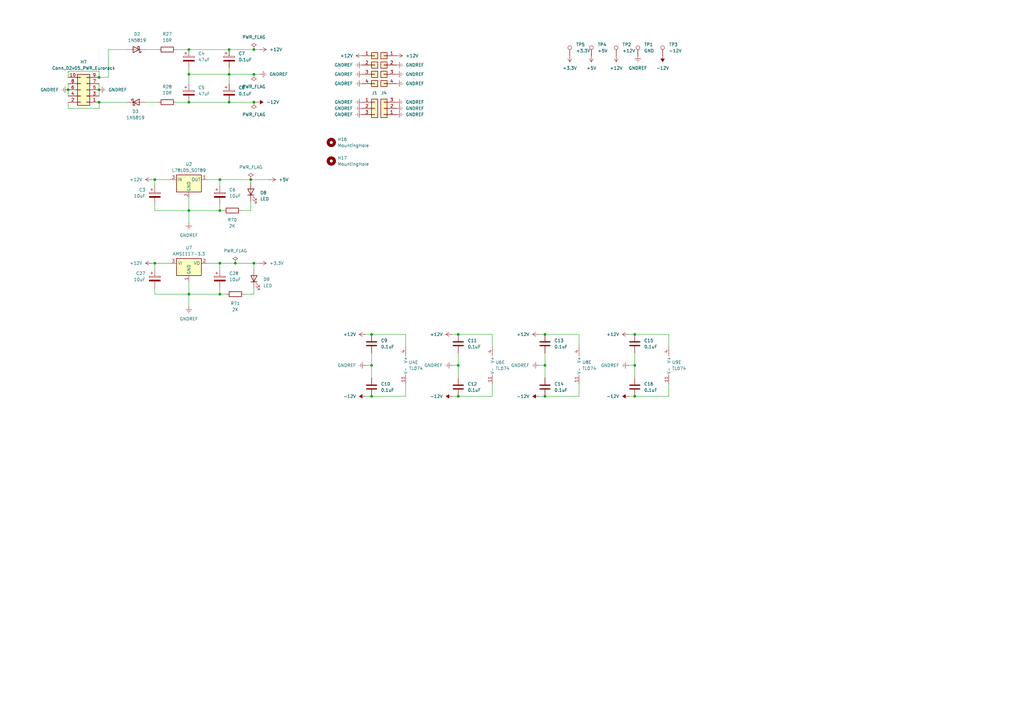
<source format=kicad_sch>
(kicad_sch (version 20231120) (generator "eeschema") (generator_version "8.0")
  (paper "A3")
  (title_block (title "midas_power") (date "2024-10-20") (rev "1") (company "Lentronics"))
  (lib_symbols
    (symbol "Amplifier_Operational:TL074" (pin_names (offset 0.127))
      (property "Reference" "U" (at 0 5.08 0))
      (property "Value" "TL074" (at 0 -5.08 0))
      (symbol "TL074_1_1"
        (polyline (pts (xy -5.08 5.08) (xy 5.08 0) (xy -5.08 -5.08) (xy -5.08 5.08)) (stroke (width 0.254)) (fill (type background)))
        (pin output line (at 7.62 0 180) (length 2.54) (name "~") (number "1"))
        (pin input line (at -7.62 -2.54 0) (length 2.54) (name "-") (number "2"))
        (pin input line (at -7.62 2.54 0) (length 2.54) (name "+") (number "3"))
      )
      (symbol "TL074_2_1"
        (polyline (pts (xy -5.08 5.08) (xy 5.08 0) (xy -5.08 -5.08) (xy -5.08 5.08)) (stroke (width 0.254)) (fill (type background)))
        (pin input line (at -7.62 2.54 0) (length 2.54) (name "+") (number "5"))
        (pin input line (at -7.62 -2.54 0) (length 2.54) (name "-") (number "6"))
        (pin output line (at 7.62 0 180) (length 2.54) (name "~") (number "7"))
      )
      (symbol "TL074_3_1"
        (polyline (pts (xy -5.08 5.08) (xy 5.08 0) (xy -5.08 -5.08) (xy -5.08 5.08)) (stroke (width 0.254)) (fill (type background)))
        (pin input line (at -7.62 2.54 0) (length 2.54) (name "+") (number "10"))
        (pin output line (at 7.62 0 180) (length 2.54) (name "~") (number "8"))
        (pin input line (at -7.62 -2.54 0) (length 2.54) (name "-") (number "9"))
      )
      (symbol "TL074_4_1"
        (polyline (pts (xy -5.08 5.08) (xy 5.08 0) (xy -5.08 -5.08) (xy -5.08 5.08)) (stroke (width 0.254)) (fill (type background)))
        (pin input line (at -7.62 2.54 0) (length 2.54) (name "+") (number "12"))
        (pin input line (at -7.62 -2.54 0) (length 2.54) (name "-") (number "13"))
        (pin output line (at 7.62 0 180) (length 2.54) (name "~") (number "14"))
      )
      (symbol "TL074_5_1"
        (pin power_in line (at -2.54 -7.62 90) (length 3.81) (name "V-") (number "11"))
        (pin power_in line (at -2.54 7.62 270) (length 3.81) (name "V+") (number "4"))
      )
    )
    (symbol "Connector:TestPoint" (pin_numbers hide) (pin_names (offset 0.762) hide)
      (property "Reference" "TP" (at 0 6.858 0))
      (property "Value" "TestPoint" (at 0 5.08 0))
      (symbol "TestPoint_0_1"
        (circle (center 0 3.302) (radius 0.762))
      )
      (symbol "TestPoint_1_1"
        (pin passive line (at 0 0 90) (length 2.54) (name "1") (number "1"))
      )
    )
    (symbol "Connector_Generic:Conn_01x03" (pin_names (offset 1.016) hide)
      (property "Reference" "J" (at 0 5.08 0))
      (property "Value" "Conn_01x03" (at 0 -5.08 0))
      (symbol "Conn_01x03_1_1"
        (rectangle (start -1.27 -2.413) (end 0 -2.667) (stroke (width 0.1524)))
        (rectangle (start -1.27 0.127) (end 0 -0.127) (stroke (width 0.1524)))
        (rectangle (start -1.27 2.667) (end 0 2.413) (stroke (width 0.1524)))
        (rectangle (start -1.27 3.81) (end 1.27 -3.81) (stroke (width 0.254)) (fill (type background)))
        (pin passive line (at -5.08 2.54 0) (length 3.81) (name "Pin_1") (number "1"))
        (pin passive line (at -5.08 0 0) (length 3.81) (name "Pin_2") (number "2"))
        (pin passive line (at -5.08 -2.54 0) (length 3.81) (name "Pin_3") (number "3"))
      )
    )
    (symbol "Device:C" (pin_numbers hide) (pin_names (offset 0.254))
      (property "Reference" "C" (at 0.635 2.54 0))
      (property "Value" "C" (at 0.635 -2.54 0))
      (symbol "C_0_1"
        (polyline (pts (xy -2.032 -0.762) (xy 2.032 -0.762)) (stroke (width 0.508)))
        (polyline (pts (xy -2.032 0.762) (xy 2.032 0.762)) (stroke (width 0.508)))
      )
      (symbol "C_1_1"
        (pin passive line (at 0 3.81 270) (length 2.794) (name "~") (number "1"))
        (pin passive line (at 0 -3.81 90) (length 2.794) (name "~") (number "2"))
      )
    )
    (symbol "Device:C_Polarized" (pin_numbers hide) (pin_names (offset 0.254))
      (property "Reference" "C" (at 0.635 2.54 0))
      (property "Value" "C_Polarized" (at 0.635 -2.54 0))
      (symbol "C_Polarized_0_1"
        (rectangle (start -2.286 0.508) (end 2.286 1.016))
        (polyline (pts (xy -1.778 2.286) (xy -0.762 2.286)))
        (polyline (pts (xy -1.27 2.794) (xy -1.27 1.778)))
        (rectangle (start 2.286 -0.508) (end -2.286 -1.016) (fill (type outline)))
      )
      (symbol "C_Polarized_1_1"
        (pin passive line (at 0 3.81 270) (length 2.794) (name "~") (number "1"))
        (pin passive line (at 0 -3.81 90) (length 2.794) (name "~") (number "2"))
      )
    )
    (symbol "Device:LED" (pin_numbers hide) (pin_names (offset 1.016) hide)
      (property "Reference" "D" (at 0 2.54 0))
      (property "Value" "LED" (at 0 -2.54 0))
      (symbol "LED_0_1"
        (polyline (pts (xy -1.27 -1.27) (xy -1.27 1.27)) (stroke (width 0.254)))
        (polyline (pts (xy -1.27 0) (xy 1.27 0)))
        (polyline (pts (xy 1.27 -1.27) (xy 1.27 1.27) (xy -1.27 0) (xy 1.27 -1.27)) (stroke (width 0.254)))
        (polyline (pts (xy -3.048 -0.762) (xy -4.572 -2.286) (xy -3.81 -2.286) (xy -4.572 -2.286) (xy -4.572 -1.524)))
        (polyline (pts (xy -1.778 -0.762) (xy -3.302 -2.286) (xy -2.54 -2.286) (xy -3.302 -2.286) (xy -3.302 -1.524)))
      )
      (symbol "LED_1_1"
        (pin passive line (at -3.81 0 0) (length 2.54) (name "K") (number "1"))
        (pin passive line (at 3.81 0 180) (length 2.54) (name "A") (number "2"))
      )
    )
    (symbol "Device:R" (pin_numbers hide) (pin_names (offset 0))
      (property "Reference" "R" (at 2.032 0 90))
      (property "Value" "R" (at 0 0 90))
      (symbol "R_0_1"
        (rectangle (start -1.016 -2.54) (end 1.016 2.54) (stroke (width 0.254)))
      )
      (symbol "R_1_1"
        (pin passive line (at 0 3.81 270) (length 1.27) (name "~") (number "1"))
        (pin passive line (at 0 -3.81 90) (length 1.27) (name "~") (number "2"))
      )
    )
    (symbol "Diode:1N5817" (pin_numbers hide) (pin_names (offset 1.016) hide)
      (property "Reference" "D" (at 0 2.54 0))
      (property "Value" "1N5817" (at 0 -2.54 0))
      (symbol "1N5817_0_1"
        (polyline (pts (xy 1.27 0) (xy -1.27 0)))
        (polyline (pts (xy 1.27 1.27) (xy 1.27 -1.27) (xy -1.27 0) (xy 1.27 1.27)) (stroke (width 0.254)))
        (polyline (pts (xy -1.905 0.635) (xy -1.905 1.27) (xy -1.27 1.27) (xy -1.27 -1.27) (xy -0.635 -1.27) (xy -0.635 -0.635)) (stroke (width 0.254)))
      )
      (symbol "1N5817_1_1"
        (pin passive line (at -3.81 0 0) (length 2.54) (name "K") (number "1"))
        (pin passive line (at 3.81 0 180) (length 2.54) (name "A") (number "2"))
      )
    )
    (symbol "Mechanical:MountingHole" (pin_names (offset 1.016)) (exclude_from_sim yes) (in_bom no)
      (property "Reference" "H" (at 0 5.08 0))
      (property "Value" "MountingHole" (at 0 3.175 0))
      (symbol "MountingHole_0_1"
        (circle (center 0 0) (radius 1.27) (stroke (width 1.27)))
      )
    )
    (symbol "Regulator_Linear:AMS1117-3.3"
      (property "Reference" "U" (at -3.81 3.175 0))
      (property "Value" "AMS1117-3.3" (at 0 3.175 0))
      (symbol "AMS1117-3.3_0_1"
        (rectangle (start -5.08 -5.08) (end 5.08 1.905) (stroke (width 0.254)) (fill (type background)))
      )
      (symbol "AMS1117-3.3_1_1"
        (pin power_in line (at 0 -7.62 90) (length 2.54) (name "GND") (number "1"))
        (pin power_out line (at 7.62 0 180) (length 2.54) (name "VO") (number "2"))
        (pin power_in line (at -7.62 0 0) (length 2.54) (name "VI") (number "3"))
      )
    )
    (symbol "Regulator_Linear:L78L05_SOT89" (pin_names (offset 0.254))
      (property "Reference" "U" (at -3.81 3.175 0))
      (property "Value" "L78L05_SOT89" (at -0.635 3.175 0))
      (symbol "L78L05_SOT89_0_1"
        (rectangle (start -5.08 1.905) (end 5.08 -5.08) (stroke (width 0.254)) (fill (type background)))
      )
      (symbol "L78L05_SOT89_1_1"
        (pin power_out line (at 7.62 0 180) (length 2.54) (name "OUT") (number "1"))
        (pin power_in line (at 0 -7.62 90) (length 2.54) (name "GND") (number "2"))
        (pin power_in line (at -7.62 0 0) (length 2.54) (name "IN") (number "3"))
      )
    )
    (symbol "power:+12V" (power) (pin_numbers hide) (pin_names (offset 0) hide)
      (property "Value" "+12V" (at 0 3.556 0))
      (symbol "+12V_0_1"
        (polyline (pts (xy -0.762 1.27) (xy 0 2.54)))
        (polyline (pts (xy 0 0) (xy 0 2.54)))
        (polyline (pts (xy 0 2.54) (xy 0.762 1.27)))
      )
      (symbol "+12V_1_1"
        (pin power_in line (at 0 0 90) (length 0) (name "~") (number "1"))
      )
    )
    (symbol "power:+3.3V" (power) (pin_numbers hide) (pin_names (offset 0) hide)
      (property "Value" "+3.3V" (at 0 3.556 0))
      (symbol "+3.3V_0_1"
        (polyline (pts (xy -0.762 1.27) (xy 0 2.54)))
        (polyline (pts (xy 0 0) (xy 0 2.54)))
        (polyline (pts (xy 0 2.54) (xy 0.762 1.27)))
      )
      (symbol "+3.3V_1_1"
        (pin power_in line (at 0 0 90) (length 0) (name "~") (number "1"))
      )
    )
    (symbol "power:+5V" (power) (pin_numbers hide) (pin_names (offset 0) hide)
      (property "Value" "+5V" (at 0 3.556 0))
      (symbol "+5V_0_1"
        (polyline (pts (xy -0.762 1.27) (xy 0 2.54)))
        (polyline (pts (xy 0 0) (xy 0 2.54)))
        (polyline (pts (xy 0 2.54) (xy 0.762 1.27)))
      )
      (symbol "+5V_1_1"
        (pin power_in line (at 0 0 90) (length 0) (name "~") (number "1"))
      )
    )
    (symbol "power:-12V" (power) (pin_numbers hide) (pin_names (offset 0) hide)
      (property "Value" "-12V" (at 0 3.556 0))
      (symbol "-12V_0_0"
        (pin power_in line (at 0 0 90) (length 0) (name "~") (number "1"))
      )
      (symbol "-12V_0_1"
        (polyline (pts (xy 0 0) (xy 0 1.27) (xy 0.762 1.27) (xy 0 2.54) (xy -0.762 1.27) (xy 0 1.27)) (fill (type outline)))
      )
    )
    (symbol "power:GNDREF" (power) (pin_numbers hide) (pin_names (offset 0) hide)
      (property "Value" "GNDREF" (at 0 -3.81 0))
      (symbol "GNDREF_0_1"
        (polyline (pts (xy -0.635 -1.905) (xy 0.635 -1.905)))
        (polyline (pts (xy -0.127 -2.54) (xy 0.127 -2.54)))
        (polyline (pts (xy 0 -1.27) (xy 0 0)))
        (polyline (pts (xy 1.27 -1.27) (xy -1.27 -1.27)))
      )
      (symbol "GNDREF_1_1"
        (pin power_in line (at 0 0 270) (length 0) (name "~") (number "1"))
      )
    )
    (symbol "power:PWR_FLAG" (power) (pin_numbers hide) (pin_names (offset 0) hide)
      (property "Value" "PWR_FLAG" (at 0 3.81 0))
      (symbol "PWR_FLAG_0_0"
        (pin power_out line (at 0 0 90) (length 0) (name "~") (number "1"))
      )
      (symbol "PWR_FLAG_0_1"
        (polyline (pts (xy 0 0) (xy 0 1.27) (xy -1.016 1.905) (xy 0 2.54) (xy 1.016 1.905) (xy 0 1.27)))
      )
    )
    (symbol "synth:Conn_02x05_EuroRack_Power" (pin_names (offset 1.016) hide)
      (property "Reference" "H13" (at 0 -11.43 0))
      (property "Value" "Conn_02x05_PWR_Eurorack" (at 0 -8.89 0))
      (symbol "Conn_02x05_EuroRack_Power_1_1"
        (rectangle (start -2.54 -4.953) (end -1.27 -5.207) (stroke (width 0.1524)))
        (rectangle (start -2.54 -2.413) (end -1.27 -2.667) (stroke (width 0.1524)))
        (rectangle (start -2.54 0.127) (end -1.27 -0.127) (stroke (width 0.1524)))
        (rectangle (start -2.54 2.667) (end -1.27 2.413) (stroke (width 0.1524)))
        (rectangle (start -2.54 5.207) (end -1.27 4.953) (stroke (width 0.1524)))
        (rectangle (start -2.54 6.35) (end 2.54 -6.35) (stroke (width 0.254)) (fill (type background)))
        (rectangle (start 2.54 -4.953) (end 1.27 -5.207) (stroke (width 0.1524)))
        (rectangle (start 2.54 -2.413) (end 1.27 -2.667) (stroke (width 0.1524)))
        (rectangle (start 2.54 0.127) (end 1.27 -0.127) (stroke (width 0.1524)))
        (rectangle (start 2.54 2.667) (end 1.27 2.413) (stroke (width 0.1524)))
        (rectangle (start 2.54 5.207) (end 1.27 4.953) (stroke (width 0.1524)))
        (pin passive line (at -6.35 5.08 0) (length 3.81) (name "Pin_1") (number "1"))
        (pin passive line (at 6.35 -5.08 180) (length 3.81) (name "Pin_10") (number "10"))
        (pin passive line (at 6.35 5.08 180) (length 3.81) (name "Pin_2") (number "2"))
        (pin passive line (at -6.35 2.54 0) (length 3.81) (name "Pin_3") (number "3"))
        (pin passive line (at 6.35 2.54 180) (length 3.81) (name "Pin_4") (number "4"))
        (pin passive line (at -6.35 0 0) (length 3.81) (name "Pin_5") (number "5"))
        (pin passive line (at 6.35 0 180) (length 3.81) (name "Pin_6") (number "6"))
        (pin passive line (at -6.35 -2.54 0) (length 3.81) (name "Pin_7") (number "7"))
        (pin passive line (at 6.35 -2.54 180) (length 3.81) (name "Pin_8") (number "8"))
        (pin passive line (at -6.35 -5.08 0) (length 3.81) (name "Pin_9") (number "9"))
      )
    )
    (symbol "synth:PinHeader_01x04" (pin_names (offset 1.016) hide)
      (property "Reference" "H" (at 0 2.54 0))
      (property "Value" "PinHeader_01x04" (at 0 -2.54 0))
      (symbol "PinHeader_01x04_1_1"
        (rectangle (start -1.27 0.127) (end 0 -0.127) (stroke (width 0.1524)))
        (rectangle (start -1.27 1.27) (end 1.27 -1.27) (stroke (width 0.254)) (fill (type background)))
        (pin passive line (at -5.08 0 0) (length 3.81) (name "Pin_1") (number "1"))
      )
      (symbol "PinHeader_01x04_2_1"
        (rectangle (start -1.27 0.127) (end 0 -0.127) (stroke (width 0.1524)))
        (rectangle (start -1.27 1.27) (end 1.27 -1.27) (stroke (width 0.254)) (fill (type background)))
        (pin passive line (at -5.08 0 0) (length 3.81) (name "Pin_2") (number "2"))
      )
      (symbol "PinHeader_01x04_3_1"
        (rectangle (start -1.27 0.127) (end 0 -0.127) (stroke (width 0.1524)))
        (rectangle (start -1.27 1.27) (end 1.27 -1.27) (stroke (width 0.254)) (fill (type background)))
        (pin passive line (at -5.08 0 0) (length 3.81) (name "Pin_3") (number "3"))
      )
      (symbol "PinHeader_01x04_4_1"
        (rectangle (start -1.27 0.127) (end 0 -0.127) (stroke (width 0.1524)))
        (rectangle (start -1.27 1.27) (end 1.27 -1.27) (stroke (width 0.254)) (fill (type background)))
        (pin passive line (at -5.08 0 0) (length 3.81) (name "Pin_4") (number "4"))
      )
    )
    (symbol "synth:PinSocket_01x04" (pin_names (offset 1.016) hide)
      (property "Reference" "H" (at 0 2.54 0))
      (property "Value" "PinSocket_01x04" (at 0 -2.54 0))
      (symbol "PinSocket_01x04_1_1"
        (rectangle (start -1.27 0.127) (end 0 -0.127) (stroke (width 0.1524)))
        (rectangle (start -1.27 1.27) (end 1.27 -1.27) (stroke (width 0.254)) (fill (type background)))
        (pin passive line (at -5.08 0 0) (length 3.81) (name "Pin_1") (number "1"))
      )
      (symbol "PinSocket_01x04_2_1"
        (rectangle (start -1.27 0.127) (end 0 -0.127) (stroke (width 0.1524)))
        (rectangle (start -1.27 1.27) (end 1.27 -1.27) (stroke (width 0.254)) (fill (type background)))
        (pin passive line (at -5.08 0 0) (length 3.81) (name "Pin_2") (number "2"))
      )
      (symbol "PinSocket_01x04_3_1"
        (rectangle (start -1.27 0.127) (end 0 -0.127) (stroke (width 0.1524)))
        (rectangle (start -1.27 1.27) (end 1.27 -1.27) (stroke (width 0.254)) (fill (type background)))
        (pin passive line (at -5.08 0 0) (length 3.81) (name "Pin_3") (number "3"))
      )
      (symbol "PinSocket_01x04_4_1"
        (rectangle (start -1.27 0.127) (end 0 -0.127) (stroke (width 0.1524)))
        (rectangle (start -1.27 1.27) (end 1.27 -1.27) (stroke (width 0.254)) (fill (type background)))
        (pin passive line (at -5.08 0 0) (length 3.81) (name "Pin_4") (number "4"))
      )
    )
  )
  (junction (at 187.96 137.16))
  (junction (at 187.96 149.86))
  (junction (at 77.47 30.48))
  (junction (at 77.47 120.65))
  (junction (at 223.52 137.16))
  (junction (at 260.35 162.56))
  (junction (at 93.98 30.48))
  (junction (at 102.87 73.66))
  (junction (at 40.64 31.75))
  (junction (at 40.64 36.83))
  (junction (at 104.14 41.91))
  (junction (at 90.17 107.95))
  (junction (at 152.4 137.16))
  (junction (at 152.4 162.56))
  (junction (at 90.17 120.65))
  (junction (at 260.35 137.16))
  (junction (at 27.94 36.83))
  (junction (at 90.17 73.66))
  (junction (at 77.47 20.32))
  (junction (at 223.52 162.56))
  (junction (at 63.5 73.66))
  (junction (at 104.14 107.95))
  (junction (at 90.17 86.36))
  (junction (at 93.98 41.91))
  (junction (at 77.47 41.91))
  (junction (at 152.4 149.86))
  (junction (at 223.52 149.86))
  (junction (at 93.98 20.32))
  (junction (at 104.14 20.32))
  (junction (at 40.64 41.91))
  (junction (at 104.14 30.48))
  (junction (at 96.52 107.95))
  (junction (at 260.35 149.86))
  (junction (at 187.96 162.56))
  (junction (at 77.47 86.36))
  (junction (at 63.5 107.95))
  (wire (pts (xy 257.81 162.56) (xy 260.35 162.56)))
  (wire (pts (xy 149.86 162.56) (xy 152.4 162.56)))
  (wire (pts (xy 185.42 162.56) (xy 187.96 162.56)))
  (wire (pts (xy 104.14 110.49) (xy 104.14 107.95)))
  (wire (pts (xy 96.52 107.95) (xy 90.17 107.95)))
  (wire (pts (xy 77.47 81.28) (xy 77.47 86.36)))
  (wire (pts (xy 44.45 20.32) (xy 52.07 20.32)))
  (wire (pts (xy 77.47 91.44) (xy 77.47 86.36)))
  (wire (pts (xy 102.87 74.93) (xy 102.87 73.66)))
  (wire (pts (xy 260.35 149.86) (xy 260.35 154.94)))
  (wire (pts (xy 90.17 118.11) (xy 90.17 120.65)))
  (wire (pts (xy 185.42 137.16) (xy 187.96 137.16)))
  (wire (pts (xy 104.14 30.48) (xy 106.68 30.48)))
  (wire (pts (xy 90.17 73.66) (xy 85.09 73.66)))
  (wire (pts (xy 40.64 41.91) (xy 52.07 41.91)))
  (wire (pts (xy 77.47 125.73) (xy 77.47 120.65)))
  (wire (pts (xy 40.64 34.29) (xy 40.64 36.83)))
  (wire (pts (xy 152.4 162.56) (xy 166.37 162.56)))
  (wire (pts (xy 62.23 107.95) (xy 63.5 107.95)))
  (wire (pts (xy 102.87 86.36) (xy 99.06 86.36)))
  (wire (pts (xy 93.98 27.94) (xy 93.98 30.48)))
  (wire (pts (xy 201.93 157.48) (xy 201.93 162.56)))
  (wire (pts (xy 104.14 120.65) (xy 100.33 120.65)))
  (wire (pts (xy 260.35 137.16) (xy 274.32 137.16)))
  (wire (pts (xy 104.14 41.91) (xy 105.41 41.91)))
  (wire (pts (xy 63.5 107.95) (xy 69.85 107.95)))
  (wire (pts (xy 237.49 157.48) (xy 237.49 162.56)))
  (wire (pts (xy 166.37 157.48) (xy 166.37 162.56)))
  (wire (pts (xy 77.47 41.91) (xy 93.98 41.91)))
  (wire (pts (xy 152.4 144.78) (xy 152.4 149.86)))
  (wire (pts (xy 104.14 118.11) (xy 104.14 120.65)))
  (wire (pts (xy 223.52 149.86) (xy 220.98 149.86)))
  (wire (pts (xy 223.52 144.78) (xy 223.52 149.86)))
  (wire (pts (xy 149.86 137.16) (xy 152.4 137.16)))
  (wire (pts (xy 187.96 137.16) (xy 201.93 137.16)))
  (wire (pts (xy 102.87 73.66) (xy 110.49 73.66)))
  (wire (pts (xy 93.98 20.32) (xy 104.14 20.32)))
  (wire (pts (xy 63.5 73.66) (xy 69.85 73.66)))
  (wire (pts (xy 62.23 73.66) (xy 63.5 73.66)))
  (wire (pts (xy 40.64 31.75) (xy 40.64 29.21)))
  (wire (pts (xy 274.32 137.16) (xy 274.32 142.24)))
  (wire (pts (xy 90.17 83.82) (xy 90.17 86.36)))
  (wire (pts (xy 63.5 76.2) (xy 63.5 73.66)))
  (wire (pts (xy 274.32 157.48) (xy 274.32 162.56)))
  (wire (pts (xy 223.52 137.16) (xy 237.49 137.16)))
  (wire (pts (xy 63.5 86.36) (xy 77.47 86.36)))
  (wire (pts (xy 72.39 41.91) (xy 77.47 41.91)))
  (wire (pts (xy 90.17 107.95) (xy 85.09 107.95)))
  (wire (pts (xy 166.37 137.16) (xy 166.37 142.24)))
  (wire (pts (xy 63.5 86.36) (xy 63.5 83.82)))
  (wire (pts (xy 63.5 110.49) (xy 63.5 107.95)))
  (wire (pts (xy 90.17 120.65) (xy 92.71 120.65)))
  (wire (pts (xy 77.47 115.57) (xy 77.47 120.65)))
  (wire (pts (xy 77.47 120.65) (xy 90.17 120.65)))
  (wire (pts (xy 77.47 20.32) (xy 93.98 20.32)))
  (wire (pts (xy 27.94 44.45) (xy 40.64 44.45)))
  (wire (pts (xy 40.64 29.21) (xy 27.94 29.21)))
  (wire (pts (xy 152.4 149.86) (xy 149.86 149.86)))
  (wire (pts (xy 201.93 137.16) (xy 201.93 142.24)))
  (wire (pts (xy 91.44 86.36) (xy 90.17 86.36)))
  (wire (pts (xy 96.52 107.95) (xy 104.14 107.95)))
  (wire (pts (xy 104.14 20.32) (xy 106.68 20.32)))
  (wire (pts (xy 223.52 162.56) (xy 237.49 162.56)))
  (wire (pts (xy 27.94 41.91) (xy 27.94 44.45)))
  (wire (pts (xy 237.49 137.16) (xy 237.49 142.24)))
  (wire (pts (xy 106.68 107.95) (xy 104.14 107.95)))
  (wire (pts (xy 260.35 144.78) (xy 260.35 149.86)))
  (wire (pts (xy 59.69 41.91) (xy 64.77 41.91)))
  (wire (pts (xy 77.47 27.94) (xy 77.47 30.48)))
  (wire (pts (xy 40.64 36.83) (xy 40.64 39.37)))
  (wire (pts (xy 152.4 149.86) (xy 152.4 154.94)))
  (wire (pts (xy 220.98 162.56) (xy 223.52 162.56)))
  (wire (pts (xy 40.64 44.45) (xy 40.64 41.91)))
  (wire (pts (xy 260.35 149.86) (xy 257.81 149.86)))
  (wire (pts (xy 44.45 20.32) (xy 44.45 31.75)))
  (wire (pts (xy 257.81 137.16) (xy 260.35 137.16)))
  (wire (pts (xy 27.94 36.83) (xy 27.94 39.37)))
  (wire (pts (xy 93.98 30.48) (xy 93.98 34.29)))
  (wire (pts (xy 90.17 110.49) (xy 90.17 107.95)))
  (wire (pts (xy 93.98 41.91) (xy 104.14 41.91)))
  (wire (pts (xy 40.64 31.75) (xy 44.45 31.75)))
  (wire (pts (xy 187.96 162.56) (xy 201.93 162.56)))
  (wire (pts (xy 102.87 82.55) (xy 102.87 86.36)))
  (wire (pts (xy 93.98 30.48) (xy 104.14 30.48)))
  (wire (pts (xy 77.47 86.36) (xy 90.17 86.36)))
  (wire (pts (xy 27.94 34.29) (xy 27.94 36.83)))
  (wire (pts (xy 90.17 73.66) (xy 102.87 73.66)))
  (wire (pts (xy 63.5 120.65) (xy 63.5 118.11)))
  (wire (pts (xy 187.96 144.78) (xy 187.96 149.86)))
  (wire (pts (xy 77.47 30.48) (xy 93.98 30.48)))
  (wire (pts (xy 223.52 149.86) (xy 223.52 154.94)))
  (wire (pts (xy 77.47 30.48) (xy 77.47 34.29)))
  (wire (pts (xy 152.4 137.16) (xy 166.37 137.16)))
  (wire (pts (xy 187.96 149.86) (xy 185.42 149.86)))
  (wire (pts (xy 63.5 120.65) (xy 77.47 120.65)))
  (wire (pts (xy 72.39 20.32) (xy 77.47 20.32)))
  (wire (pts (xy 59.69 20.32) (xy 64.77 20.32)))
  (wire (pts (xy 27.94 29.21) (xy 27.94 31.75)))
  (wire (pts (xy 187.96 149.86) (xy 187.96 154.94)))
  (wire (pts (xy 220.98 137.16) (xy 223.52 137.16)))
  (wire (pts (xy 260.35 162.56) (xy 274.32 162.56)))
  (wire (pts (xy 90.17 76.2) (xy 90.17 73.66)))
  (symbol (lib_id "power:GNDREF") (at 27.94 36.83 270) (unit 1)
    (property "Reference" "#PWR032" (effects (hide yes)))
    (property "Value" "GNDREF" (at 24.13 36.8299 90) (effects (justify right)))
    (property "Description" "Power symbol creates a global label with name \"GNDREF\" , reference supply ground" (effects (hide yes)))
  )
  (symbol (lib_id "power:GNDREF") (at 148.59 46.99 270) (unit 1)
    (property "Reference" "#PWR093" (effects (hide yes)))
    (property "Value" "GNDREF" (at 144.78 46.9899 90) (effects (justify right)))
    (property "Description" "Power symbol creates a global label with name \"GNDREF\" , reference supply ground" (effects (hide yes)))
  )
  (symbol (lib_id "power:GNDREF") (at 162.56 46.99 90) (unit 1)
    (property "Reference" "#PWR0111" (effects (hide yes)))
    (property "Value" "GNDREF" (at 166.37 46.9899 90) (effects (justify right)))
    (property "Description" "Power symbol creates a global label with name \"GNDREF\" , reference supply ground" (effects (hide yes)))
  )
  (symbol (lib_id "synth:PinSocket_01x04") (at 153.67 26.67 0) (unit 2)
    (property "Reference" "H8" (effects (hide yes)))
    (property "Value" "PinSocket_01x04" (effects (hide yes)))
    (property "Footprint" "Synth:PinSocket_1x04_P2.54mm_Vertical" (effects (hide yes)))
    (property "Description" "Generic connector, single row, 01x01, script generated (kicad-library-utils/schlib/autogen/connector/)" (effects (hide yes)))
  )
  (symbol (lib_id "Device:C") (at 152.4 140.97 0) (unit 1)
    (property "Reference" "C9" (at 156.21 139.6999 0) (effects (justify left)))
    (property "Value" "0.1uF" (at 156.21 142.2399 0) (effects (justify left)))
    (property "Footprint" "Capacitor_SMD:C_0805_2012Metric_Pad1.18x1.45mm_HandSolder" (effects (hide yes)))
    (property "Description" "Unpolarized capacitor" (effects (hide yes)))
  )
  (symbol (lib_id "power:+12V") (at 62.23 107.95 90) (unit 1)
    (property "Reference" "#PWR096" (effects (hide yes)))
    (property "Value" "+12V" (at 58.42 107.9499 90) (effects (justify left)))
    (property "Description" "Power symbol creates a global label with name \"+12V\"" (effects (hide yes)))
  )
  (symbol (lib_id "Connector_Generic:Conn_01x03") (at 157.48 44.45 180) (unit 1)
    (property "Reference" "J4" (at 157.48 38.1 0))
    (property "Value" "Conn_01x03" (effects (hide yes)))
    (property "Footprint" "Connector_PinHeader_2.54mm:PinHeader_1x03_P2.54mm_Vertical" (effects (hide yes)))
    (property "Description" "Generic connector, single row, 01x03, script generated (kicad-library-utils/schlib/autogen/connector/)" (effects (hide yes)))
  )
  (symbol (lib_id "Device:C") (at 223.52 158.75 0) (unit 1)
    (property "Reference" "C14" (at 227.33 157.4799 0) (effects (justify left)))
    (property "Value" "0.1uF" (at 227.33 160.0199 0) (effects (justify left)))
    (property "Footprint" "Capacitor_SMD:C_0805_2012Metric_Pad1.18x1.45mm_HandSolder" (effects (hide yes)))
    (property "Description" "Unpolarized capacitor" (effects (hide yes)))
  )
  (symbol (lib_id "Device:C_Polarized") (at 90.17 80.01 0) (unit 1)
    (property "Reference" "C6" (at 93.98 77.8509 0) (effects (justify left)))
    (property "Value" "10uF" (at 93.98 80.3909 0) (effects (justify left)))
    (property "Footprint" "Capacitor_THT:CP_Radial_D4.0mm_P2.00mm" (effects (hide yes)))
    (property "Description" "Polarized capacitor" (effects (hide yes)))
  )
  (symbol (lib_id "Diode:1N5817") (at 55.88 20.32 180) (unit 1)
    (property "Reference" "D2" (at 56.1975 13.97 0))
    (property "Value" "1N5819" (at 56.1975 16.51 0))
    (property "Footprint" "Diode_SMD:D_SOD-123" (effects (hide yes)))
    (property "Datasheet" "http://www.vishay.com/docs/88525/1n5817.pdf" (effects (hide yes)))
    (property "Description" "20V 1A Schottky Barrier Rectifier Diode, DO-41" (effects (hide yes)))
  )
  (symbol (lib_id "power:-12V") (at 257.81 162.56 90) (unit 1)
    (property "Reference" "#PWR059" (effects (hide yes)))
    (property "Value" "-12V" (at 254 162.5599 90) (effects (justify left)))
    (property "Description" "Power symbol creates a global label with name \"-12V\"" (effects (hide yes)))
  )
  (symbol (lib_id "power:PWR_FLAG") (at 96.52 107.95 0) (unit 1)
    (property "Reference" "#FLG05" (effects (hide yes)))
    (property "Value" "PWR_FLAG" (at 96.52 102.87 0))
    (property "Description" "Special symbol for telling ERC where power comes from" (effects (hide yes)))
  )
  (symbol (lib_id "Device:R") (at 95.25 86.36 90) (unit 1)
    (property "Reference" "R70" (at 95.25 90.17 90))
    (property "Value" "2K" (at 95.25 92.71 90))
    (property "Footprint" "Resistor_SMD:R_0805_2012Metric_Pad1.20x1.40mm_HandSolder" (effects (hide yes)))
    (property "Description" "Resistor" (effects (hide yes)))
  )
  (symbol (lib_id "power:+3.3V") (at 233.68 22.86 180) (unit 1)
    (property "Reference" "#PWR0101" (effects (hide yes)))
    (property "Value" "+3.3V" (at 233.68 27.94 0))
    (property "Description" "Power symbol creates a global label with name \"+3.3V\"" (effects (hide yes)))
  )
  (symbol (lib_id "Device:C_Polarized") (at 63.5 80.01 0) (unit 1)
    (property "Reference" "C3" (at 59.69 77.8509 0) (effects (justify right)))
    (property "Value" "10uF" (at 59.69 80.3909 0) (effects (justify right)))
    (property "Footprint" "Capacitor_THT:CP_Radial_D4.0mm_P2.00mm" (effects (hide yes)))
    (property "Description" "Polarized capacitor" (effects (hide yes)))
  )
  (symbol (lib_id "power:GNDREF") (at 257.81 149.86 270) (unit 1)
    (property "Reference" "#PWR058" (effects (hide yes)))
    (property "Value" "GNDREF" (at 254 149.8599 90) (effects (justify right)))
    (property "Description" "Power symbol creates a global label with name \"GNDREF\" , reference supply ground" (effects (hide yes)))
  )
  (symbol (lib_id "power:+12V") (at 185.42 137.16 90) (unit 1)
    (property "Reference" "#PWR051" (effects (hide yes)))
    (property "Value" "+12V" (at 181.61 137.1599 90) (effects (justify left)))
    (property "Description" "Power symbol creates a global label with name \"+12V\"" (effects (hide yes)))
  )
  (symbol (lib_id "Connector:TestPoint") (at 252.73 22.86 0) (unit 1) (exclude_from_sim yes) (in_bom no)
    (property "Reference" "TP2" (at 255.27 18.2879 0) (effects (justify left)))
    (property "Value" "+12V" (at 255.27 20.8279 0) (effects (justify left)))
    (property "Footprint" "Connector_Pin:Pin_D1.0mm_L10.0mm" (effects (hide yes)))
    (property "Description" "test point" (effects (hide yes)))
  )
  (symbol (lib_id "Device:LED") (at 104.14 114.3 90) (unit 1)
    (property "Reference" "D9" (at 107.95 114.6174 90) (effects (justify right)))
    (property "Value" "LED" (at 107.95 117.1574 90) (effects (justify right)))
    (property "Footprint" "LED_SMD:LED_0805_2012Metric_Pad1.15x1.40mm_HandSolder" (effects (hide yes)))
    (property "Description" "Light emitting diode" (effects (hide yes)))
  )
  (symbol (lib_id "power:GNDREF") (at 149.86 149.86 270) (unit 1)
    (property "Reference" "#PWR045" (effects (hide yes)))
    (property "Value" "GNDREF" (at 146.05 149.8599 90) (effects (justify right)))
    (property "Description" "Power symbol creates a global label with name \"GNDREF\" , reference supply ground" (effects (hide yes)))
  )
  (symbol (lib_id "Device:C_Polarized") (at 63.5 114.3 0) (unit 1)
    (property "Reference" "C27" (at 59.69 112.1409 0) (effects (justify right)))
    (property "Value" "10uF" (at 59.69 114.6809 0) (effects (justify right)))
    (property "Footprint" "Capacitor_THT:CP_Radial_D4.0mm_P2.00mm" (effects (hide yes)))
    (property "Description" "Polarized capacitor" (effects (hide yes)))
  )
  (symbol (lib_id "Device:R") (at 68.58 20.32 90) (unit 1)
    (property "Reference" "R27" (at 68.58 13.97 90))
    (property "Value" "10R" (at 68.58 16.51 90))
    (property "Footprint" "Resistor_SMD:R_0805_2012Metric_Pad1.20x1.40mm_HandSolder" (effects (hide yes)))
    (property "Description" "Resistor" (effects (hide yes)))
  )
  (symbol (lib_id "Amplifier_Operational:TL074") (at 240.03 149.86 0) (unit 5)
    (property "Reference" "U8" (at 238.76 148.5899 0) (effects (justify left)))
    (property "Value" "TL074" (at 238.76 151.1299 0) (effects (justify left)))
    (property "Footprint" "Package_SO:SOIC-14_3.9x8.7mm_P1.27mm" (effects (hide yes)))
    (property "Datasheet" "http://www.ti.com/lit/ds/symlink/tl071.pdf" (effects (hide yes)))
    (property "Description" "Quad Low-Noise JFET-Input Operational Amplifiers, DIP-14/SOIC-14" (effects (hide yes)))
  )
  (symbol (lib_id "Regulator_Linear:L78L05_SOT89") (at 77.47 73.66 0) (unit 1)
    (property "Reference" "U2" (at 77.47 67.31 0))
    (property "Value" "L78L05_SOT89" (at 77.47 69.85 0))
    (property "Footprint" "Package_TO_SOT_SMD:SOT-89-3_Handsoldering" (effects (hide yes)))
    (property "Datasheet" "http://www.st.com/content/ccc/resource/technical/document/datasheet/15/55/e5/aa/23/5b/43/fd/CD00000446.pdf/files/CD00000446.pdf/jcr:content/translations/en.CD00000446.pdf" (effects (hide yes)))
    (property "Description" "Positive 100mA 30V Linear Regulator, Fixed Output 5V, SOT-89" (effects (hide yes)))
  )
  (symbol (lib_id "Device:R") (at 68.58 41.91 90) (unit 1)
    (property "Reference" "R28" (at 68.58 35.56 90))
    (property "Value" "10R" (at 68.58 38.1 90))
    (property "Footprint" "Resistor_SMD:R_0805_2012Metric_Pad1.20x1.40mm_HandSolder" (effects (hide yes)))
    (property "Description" "Resistor" (effects (hide yes)))
  )
  (symbol (lib_id "power:GNDREF") (at 106.68 30.48 90) (unit 1)
    (property "Reference" "#PWR039" (effects (hide yes)))
    (property "Value" "GNDREF" (at 110.49 30.4799 90) (effects (justify right)))
    (property "Description" "Power symbol creates a global label with name \"GNDREF\" , reference supply ground" (effects (hide yes)))
  )
  (symbol (lib_id "power:GNDREF") (at 162.56 34.29 90) (unit 1)
    (property "Reference" "#PWR050" (effects (hide yes)))
    (property "Value" "GNDREF" (at 166.37 34.2899 90) (effects (justify right)))
    (property "Description" "Power symbol creates a global label with name \"GNDREF\" , reference supply ground" (effects (hide yes)))
  )
  (symbol (lib_id "power:+12V") (at 162.56 22.86 270) (unit 1)
    (property "Reference" "#PWR047" (effects (hide yes)))
    (property "Value" "+12V" (at 166.37 22.8599 90) (effects (justify left)))
    (property "Description" "Power symbol creates a global label with name \"+12V\"" (effects (hide yes)))
  )
  (symbol (lib_id "power:-12V") (at 271.78 22.86 180) (unit 1)
    (property "Reference" "#PWR099" (effects (hide yes)))
    (property "Value" "-12V" (at 271.78 27.94 0))
    (property "Description" "Power symbol creates a global label with name \"-12V\"" (effects (hide yes)))
  )
  (symbol (lib_id "Connector:TestPoint") (at 242.57 22.86 0) (unit 1) (exclude_from_sim yes) (in_bom no)
    (property "Reference" "TP4" (at 245.11 18.2879 0) (effects (justify left)))
    (property "Value" "+5V" (at 245.11 20.8279 0) (effects (justify left)))
    (property "Footprint" "Connector_Pin:Pin_D1.0mm_L10.0mm" (effects (hide yes)))
    (property "Description" "test point" (effects (hide yes)))
  )
  (symbol (lib_id "Device:C") (at 260.35 140.97 0) (unit 1)
    (property "Reference" "C15" (at 264.16 139.6999 0) (effects (justify left)))
    (property "Value" "0.1uF" (at 264.16 142.2399 0) (effects (justify left)))
    (property "Footprint" "Capacitor_SMD:C_0805_2012Metric_Pad1.18x1.45mm_HandSolder" (effects (hide yes)))
    (property "Description" "Unpolarized capacitor" (effects (hide yes)))
  )
  (symbol (lib_id "power:GNDREF") (at 77.47 125.73 0) (unit 1)
    (property "Reference" "#PWR0108" (effects (hide yes)))
    (property "Value" "GNDREF" (at 77.47 130.81 0))
    (property "Description" "Power symbol creates a global label with name \"GNDREF\" , reference supply ground" (effects (hide yes)))
  )
  (symbol (lib_id "synth:PinHeader_01x04") (at 157.48 34.29 180) (unit 4)
    (property "Reference" "H9" (effects (hide yes)))
    (property "Value" "PinHeader_01x04" (effects (hide yes)))
    (property "Footprint" "Synth:PinHeader_1x04_P2.54mm_Vertical" (effects (hide yes)))
    (property "Description" "Generic connector, single row, 01x01, script generated (kicad-library-utils/schlib/autogen/connector/)" (effects (hide yes)))
  )
  (symbol (lib_id "power:GNDREF") (at 162.56 41.91 90) (unit 1)
    (property "Reference" "#PWR094" (effects (hide yes)))
    (property "Value" "GNDREF" (at 166.37 41.9099 90) (effects (justify right)))
    (property "Description" "Power symbol creates a global label with name \"GNDREF\" , reference supply ground" (effects (hide yes)))
  )
  (symbol (lib_id "power:-12V") (at 185.42 162.56 90) (unit 1)
    (property "Reference" "#PWR053" (effects (hide yes)))
    (property "Value" "-12V" (at 181.61 162.5599 90) (effects (justify left)))
    (property "Description" "Power symbol creates a global label with name \"-12V\"" (effects (hide yes)))
  )
  (symbol (lib_id "power:+3.3V") (at 106.68 107.95 270) (unit 1)
    (property "Reference" "#PWR0109" (effects (hide yes)))
    (property "Value" "+3.3V" (at 110.49 107.9499 90) (effects (justify left)))
    (property "Description" "Power symbol creates a global label with name \"+3.3V\"" (effects (hide yes)))
  )
  (symbol (lib_id "power:GNDREF") (at 162.56 44.45 90) (unit 1)
    (property "Reference" "#PWR0110" (effects (hide yes)))
    (property "Value" "GNDREF" (at 166.37 44.4499 90) (effects (justify right)))
    (property "Description" "Power symbol creates a global label with name \"GNDREF\" , reference supply ground" (effects (hide yes)))
  )
  (symbol (lib_id "power:GNDREF") (at 261.62 22.86 0) (unit 1)
    (property "Reference" "#PWR097" (effects (hide yes)))
    (property "Value" "GNDREF" (at 261.62 27.94 0))
    (property "Description" "Power symbol creates a global label with name \"GNDREF\" , reference supply ground" (effects (hide yes)))
  )
  (symbol (lib_id "Device:R") (at 96.52 120.65 90) (unit 1)
    (property "Reference" "R71" (at 96.52 124.46 90))
    (property "Value" "2K" (at 96.52 127 90))
    (property "Footprint" "Resistor_SMD:R_0805_2012Metric_Pad1.20x1.40mm_HandSolder" (effects (hide yes)))
    (property "Description" "Resistor" (effects (hide yes)))
  )
  (symbol (lib_id "Amplifier_Operational:TL074") (at 204.47 149.86 0) (unit 5)
    (property "Reference" "U6" (at 203.2 148.5899 0) (effects (justify left)))
    (property "Value" "TL074" (at 203.2 151.1299 0) (effects (justify left)))
    (property "Footprint" "Package_SO:SOIC-14_3.9x8.7mm_P1.27mm" (effects (hide yes)))
    (property "Datasheet" "http://www.ti.com/lit/ds/symlink/tl071.pdf" (effects (hide yes)))
    (property "Description" "Quad Low-Noise JFET-Input Operational Amplifiers, DIP-14/SOIC-14" (effects (hide yes)))
  )
  (symbol (lib_id "power:-12V") (at 105.41 41.91 270) (unit 1)
    (property "Reference" "#PWR037" (effects (hide yes)))
    (property "Value" "-12V" (at 109.22 41.9099 90) (effects (justify left)))
    (property "Description" "Power symbol creates a global label with name \"-12V\"" (effects (hide yes)))
  )
  (symbol (lib_id "power:PWR_FLAG") (at 104.14 20.32 0) (unit 1)
    (property "Reference" "#FLG02" (effects (hide yes)))
    (property "Value" "PWR_FLAG" (at 104.14 15.24 0))
    (property "Description" "Special symbol for telling ERC where power comes from" (effects (hide yes)))
  )
  (symbol (lib_id "power:PWR_FLAG") (at 104.14 41.91 180) (unit 1)
    (property "Reference" "#FLG04" (effects (hide yes)))
    (property "Value" "PWR_FLAG" (at 104.14 46.99 0))
    (property "Description" "Special symbol for telling ERC where power comes from" (effects (hide yes)))
  )
  (symbol (lib_id "power:GNDREF") (at 162.56 30.48 90) (unit 1)
    (property "Reference" "#PWR049" (effects (hide yes)))
    (property "Value" "GNDREF" (at 166.37 30.4799 90) (effects (justify right)))
    (property "Description" "Power symbol creates a global label with name \"GNDREF\" , reference supply ground" (effects (hide yes)))
  )
  (symbol (lib_id "power:+5V") (at 242.57 22.86 180) (unit 1)
    (property "Reference" "#PWR0100" (effects (hide yes)))
    (property "Value" "+5V" (at 242.57 27.94 0))
    (property "Description" "Power symbol creates a global label with name \"+5V\"" (effects (hide yes)))
  )
  (symbol (lib_id "power:PWR_FLAG") (at 102.87 73.66 0) (unit 1)
    (property "Reference" "#FLG01" (effects (hide yes)))
    (property "Value" "PWR_FLAG" (at 102.87 68.58 0))
    (property "Description" "Special symbol for telling ERC where power comes from" (effects (hide yes)))
  )
  (symbol (lib_id "power:GNDREF") (at 77.47 91.44 0) (unit 1)
    (property "Reference" "#PWR035" (effects (hide yes)))
    (property "Value" "GNDREF" (at 77.47 96.52 0))
    (property "Description" "Power symbol creates a global label with name \"GNDREF\" , reference supply ground" (effects (hide yes)))
  )
  (symbol (lib_id "Device:LED") (at 102.87 78.74 90) (unit 1)
    (property "Reference" "D8" (at 106.68 79.0574 90) (effects (justify right)))
    (property "Value" "LED" (at 106.68 81.5974 90) (effects (justify right)))
    (property "Footprint" "LED_SMD:LED_0805_2012Metric_Pad1.15x1.40mm_HandSolder" (effects (hide yes)))
    (property "Description" "Light emitting diode" (effects (hide yes)))
  )
  (symbol (lib_id "power:GNDREF") (at 148.59 34.29 270) (unit 1)
    (property "Reference" "#PWR043" (effects (hide yes)))
    (property "Value" "GNDREF" (at 144.78 34.2899 90) (effects (justify right)))
    (property "Description" "Power symbol creates a global label with name \"GNDREF\" , reference supply ground" (effects (hide yes)))
  )
  (symbol (lib_id "Device:C_Polarized") (at 77.47 24.13 0) (unit 1)
    (property "Reference" "C4" (at 81.28 21.9709 0) (effects (justify left)))
    (property "Value" "47uF" (at 81.28 24.5109 0) (effects (justify left)))
    (property "Footprint" "Capacitor_THT:CP_Radial_D6.3mm_P2.50mm" (effects (hide yes)))
    (property "Description" "Polarized capacitor" (effects (hide yes)))
  )
  (symbol (lib_id "synth:PinSocket_01x04") (at 153.67 30.48 0) (unit 3)
    (property "Reference" "H8" (effects (hide yes)))
    (property "Value" "PinSocket_01x04" (effects (hide yes)))
    (property "Footprint" "Synth:PinSocket_1x04_P2.54mm_Vertical" (effects (hide yes)))
    (property "Description" "Generic connector, single row, 01x01, script generated (kicad-library-utils/schlib/autogen/connector/)" (effects (hide yes)))
  )
  (symbol (lib_id "Device:C_Polarized") (at 77.47 38.1 0) (unit 1)
    (property "Reference" "C5" (at 81.28 35.9409 0) (effects (justify left)))
    (property "Value" "47uF" (at 81.28 38.4809 0) (effects (justify left)))
    (property "Footprint" "Capacitor_THT:CP_Radial_D6.3mm_P2.50mm" (effects (hide yes)))
    (property "Description" "Polarized capacitor" (effects (hide yes)))
  )
  (symbol (lib_id "Amplifier_Operational:TL074") (at 276.86 149.86 0) (unit 5)
    (property "Reference" "U9" (at 275.59 148.5899 0) (effects (justify left)))
    (property "Value" "TL074" (at 275.59 151.1299 0) (effects (justify left)))
    (property "Footprint" "Package_SO:SOIC-14_3.9x8.7mm_P1.27mm" (effects (hide yes)))
    (property "Datasheet" "http://www.ti.com/lit/ds/symlink/tl071.pdf" (effects (hide yes)))
    (property "Description" "Quad Low-Noise JFET-Input Operational Amplifiers, DIP-14/SOIC-14" (effects (hide yes)))
  )
  (symbol (lib_id "Connector:TestPoint") (at 233.68 22.86 0) (unit 1) (exclude_from_sim yes) (in_bom no)
    (property "Reference" "TP5" (at 236.22 18.2879 0) (effects (justify left)))
    (property "Value" "+3.3V" (at 236.22 20.8279 0) (effects (justify left)))
    (property "Footprint" "Connector_Pin:Pin_D1.0mm_L10.0mm" (effects (hide yes)))
    (property "Description" "test point" (effects (hide yes)))
  )
  (symbol (lib_id "Device:C") (at 223.52 140.97 0) (unit 1)
    (property "Reference" "C13" (at 227.33 139.6999 0) (effects (justify left)))
    (property "Value" "0.1uF" (at 227.33 142.2399 0) (effects (justify left)))
    (property "Footprint" "Capacitor_SMD:C_0805_2012Metric_Pad1.18x1.45mm_HandSolder" (effects (hide yes)))
    (property "Description" "Unpolarized capacitor" (effects (hide yes)))
  )
  (symbol (lib_id "power:+12V") (at 148.59 22.86 90) (unit 1)
    (property "Reference" "#PWR040" (effects (hide yes)))
    (property "Value" "+12V" (at 144.78 22.8599 90) (effects (justify left)))
    (property "Description" "Power symbol creates a global label with name \"+12V\"" (effects (hide yes)))
  )
  (symbol (lib_id "Device:C_Polarized") (at 90.17 114.3 0) (unit 1)
    (property "Reference" "C28" (at 93.98 112.1409 0) (effects (justify left)))
    (property "Value" "10uF" (at 93.98 114.6809 0) (effects (justify left)))
    (property "Footprint" "Capacitor_THT:CP_Radial_D4.0mm_P2.00mm" (effects (hide yes)))
    (property "Description" "Polarized capacitor" (effects (hide yes)))
  )
  (symbol (lib_id "synth:PinHeader_01x04") (at 157.48 26.67 180) (unit 2)
    (property "Reference" "H9" (effects (hide yes)))
    (property "Value" "PinHeader_01x04" (effects (hide yes)))
    (property "Footprint" "Synth:PinHeader_1x04_P2.54mm_Vertical" (effects (hide yes)))
    (property "Description" "Generic connector, single row, 01x01, script generated (kicad-library-utils/schlib/autogen/connector/)" (effects (hide yes)))
  )
  (symbol (lib_id "synth:Conn_02x05_EuroRack_Power") (at 34.29 36.83 180) (unit 1)
    (property "Reference" "H7" (at 34.29 25.4 0))
    (property "Value" "Conn_02x05_PWR_Eurorack" (at 34.29 27.94 0))
    (property "Footprint" "Synth:IDC-Header_2x05_P2.54mm_Vertical" (effects (hide yes)))
  )
  (symbol (lib_id "Device:C") (at 187.96 140.97 0) (unit 1)
    (property "Reference" "C11" (at 191.77 139.6999 0) (effects (justify left)))
    (property "Value" "0.1uF" (at 191.77 142.2399 0) (effects (justify left)))
    (property "Footprint" "Capacitor_SMD:C_0805_2012Metric_Pad1.18x1.45mm_HandSolder" (effects (hide yes)))
    (property "Description" "Unpolarized capacitor" (effects (hide yes)))
  )
  (symbol (lib_id "power:GNDREF") (at 148.59 26.67 270) (unit 1)
    (property "Reference" "#PWR041" (effects (hide yes)))
    (property "Value" "GNDREF" (at 144.78 26.6699 90) (effects (justify right)))
    (property "Description" "Power symbol creates a global label with name \"GNDREF\" , reference supply ground" (effects (hide yes)))
  )
  (symbol (lib_id "power:+12V") (at 62.23 73.66 90) (unit 1)
    (property "Reference" "#PWR034" (effects (hide yes)))
    (property "Value" "+12V" (at 58.42 73.6599 90) (effects (justify left)))
    (property "Description" "Power symbol creates a global label with name \"+12V\"" (effects (hide yes)))
  )
  (symbol (lib_id "power:+12V") (at 149.86 137.16 90) (unit 1)
    (property "Reference" "#PWR044" (effects (hide yes)))
    (property "Value" "+12V" (at 146.05 137.1599 90) (effects (justify left)))
    (property "Description" "Power symbol creates a global label with name \"+12V\"" (effects (hide yes)))
  )
  (symbol (lib_id "Mechanical:MountingHole") (at 135.89 66.04 0) (unit 1) (exclude_from_sim yes) (in_bom no)
    (property "Reference" "H17" (at 138.43 64.7699 0) (effects (justify left)))
    (property "Value" "MountingHole" (at 138.43 67.3099 0) (effects (justify left)))
    (property "Footprint" "MountingHole:MountingHole_3.2mm_M3" (effects (hide yes)))
    (property "Description" "Mounting Hole without connection" (effects (hide yes)))
  )
  (symbol (lib_id "power:GNDREF") (at 220.98 149.86 270) (unit 1)
    (property "Reference" "#PWR055" (effects (hide yes)))
    (property "Value" "GNDREF" (at 217.17 149.8599 90) (effects (justify right)))
    (property "Description" "Power symbol creates a global label with name \"GNDREF\" , reference supply ground" (effects (hide yes)))
  )
  (symbol (lib_id "Amplifier_Operational:TL074") (at 168.91 149.86 0) (unit 5)
    (property "Reference" "U4" (at 167.64 148.5899 0) (effects (justify left)))
    (property "Value" "TL074" (at 167.64 151.1299 0) (effects (justify left)))
    (property "Footprint" "Package_SO:SOIC-14_3.9x8.7mm_P1.27mm" (effects (hide yes)))
    (property "Datasheet" "http://www.ti.com/lit/ds/symlink/tl071.pdf" (effects (hide yes)))
    (property "Description" "Quad Low-Noise JFET-Input Operational Amplifiers, DIP-14/SOIC-14" (effects (hide yes)))
  )
  (symbol (lib_id "power:GNDREF") (at 162.56 26.67 90) (unit 1)
    (property "Reference" "#PWR048" (effects (hide yes)))
    (property "Value" "GNDREF" (at 166.37 26.6699 90) (effects (justify right)))
    (property "Description" "Power symbol creates a global label with name \"GNDREF\" , reference supply ground" (effects (hide yes)))
  )
  (symbol (lib_id "Mechanical:MountingHole") (at 135.89 58.42 0) (unit 1) (exclude_from_sim yes) (in_bom no)
    (property "Reference" "H16" (at 138.43 57.1499 0) (effects (justify left)))
    (property "Value" "MountingHole" (at 138.43 59.6899 0) (effects (justify left)))
    (property "Footprint" "MountingHole:MountingHole_3.2mm_M3" (effects (hide yes)))
    (property "Description" "Mounting Hole without connection" (effects (hide yes)))
  )
  (symbol (lib_id "Connector_Generic:Conn_01x03") (at 153.67 44.45 0) (unit 1)
    (property "Reference" "J1" (at 153.67 38.1 0))
    (property "Value" "Conn_01x03" (effects (hide yes)))
    (property "Footprint" "Connector_PinSocket_2.54mm:PinSocket_1x03_P2.54mm_Vertical" (effects (hide yes)))
    (property "Description" "Generic connector, single row, 01x03, script generated (kicad-library-utils/schlib/autogen/connector/)" (effects (hide yes)))
  )
  (symbol (lib_id "synth:PinHeader_01x04") (at 157.48 22.86 180) (unit 1)
    (property "Reference" "H9" (effects (hide yes)))
    (property "Value" "PinHeader_01x04" (effects (hide yes)))
    (property "Footprint" "Synth:PinHeader_1x04_P2.54mm_Vertical" (effects (hide yes)))
    (property "Description" "Generic connector, single row, 01x01, script generated (kicad-library-utils/schlib/autogen/connector/)" (effects (hide yes)))
  )
  (symbol (lib_id "power:+12V") (at 106.68 20.32 270) (unit 1)
    (property "Reference" "#PWR038" (effects (hide yes)))
    (property "Value" "+12V" (at 110.49 20.3199 90) (effects (justify left)))
    (property "Description" "Power symbol creates a global label with name \"+12V\"" (effects (hide yes)))
  )
  (symbol (lib_id "power:-12V") (at 149.86 162.56 90) (unit 1)
    (property "Reference" "#PWR046" (effects (hide yes)))
    (property "Value" "-12V" (at 146.05 162.5599 90) (effects (justify left)))
    (property "Description" "Power symbol creates a global label with name \"-12V\"" (effects (hide yes)))
  )
  (symbol (lib_id "power:GNDREF") (at 148.59 30.48 270) (unit 1)
    (property "Reference" "#PWR042" (effects (hide yes)))
    (property "Value" "GNDREF" (at 144.78 30.4799 90) (effects (justify right)))
    (property "Description" "Power symbol creates a global label with name \"GNDREF\" , reference supply ground" (effects (hide yes)))
  )
  (symbol (lib_id "power:+12V") (at 257.81 137.16 90) (unit 1)
    (property "Reference" "#PWR057" (effects (hide yes)))
    (property "Value" "+12V" (at 254 137.1599 90) (effects (justify left)))
    (property "Description" "Power symbol creates a global label with name \"+12V\"" (effects (hide yes)))
  )
  (symbol (lib_id "Device:C_Polarized") (at 93.98 38.1 0) (unit 1)
    (property "Reference" "C8" (at 97.79 35.9409 0) (effects (justify left)))
    (property "Value" "0.1uF" (at 97.79 38.4809 0) (effects (justify left)))
    (property "Footprint" "Capacitor_THT:CP_Radial_D4.0mm_P2.00mm" (effects (hide yes)))
    (property "Description" "Polarized capacitor" (effects (hide yes)))
  )
  (symbol (lib_id "Device:C") (at 152.4 158.75 0) (unit 1)
    (property "Reference" "C10" (at 156.21 157.4799 0) (effects (justify left)))
    (property "Value" "0.1uF" (at 156.21 160.0199 0) (effects (justify left)))
    (property "Footprint" "Capacitor_SMD:C_0805_2012Metric_Pad1.18x1.45mm_HandSolder" (effects (hide yes)))
    (property "Description" "Unpolarized capacitor" (effects (hide yes)))
  )
  (symbol (lib_id "synth:PinHeader_01x04") (at 157.48 30.48 180) (unit 3)
    (property "Reference" "H9" (effects (hide yes)))
    (property "Value" "PinHeader_01x04" (effects (hide yes)))
    (property "Footprint" "Synth:PinHeader_1x04_P2.54mm_Vertical" (effects (hide yes)))
    (property "Description" "Generic connector, single row, 01x01, script generated (kicad-library-utils/schlib/autogen/connector/)" (effects (hide yes)))
  )
  (symbol (lib_id "Device:C_Polarized") (at 93.98 24.13 0) (unit 1)
    (property "Reference" "C7" (at 97.79 21.9709 0) (effects (justify left)))
    (property "Value" "0.1uF" (at 97.79 24.5109 0) (effects (justify left)))
    (property "Footprint" "Capacitor_THT:CP_Radial_D4.0mm_P2.00mm" (effects (hide yes)))
    (property "Description" "Polarized capacitor" (effects (hide yes)))
  )
  (symbol (lib_id "Connector:TestPoint") (at 271.78 22.86 0) (unit 1) (exclude_from_sim yes) (in_bom no)
    (property "Reference" "TP3" (at 274.32 18.2879 0) (effects (justify left)))
    (property "Value" "-12V" (at 274.32 20.8279 0) (effects (justify left)))
    (property "Footprint" "Connector_Pin:Pin_D1.0mm_L10.0mm" (effects (hide yes)))
    (property "Description" "test point" (effects (hide yes)))
  )
  (symbol (lib_id "power:GNDREF") (at 185.42 149.86 270) (unit 1)
    (property "Reference" "#PWR052" (effects (hide yes)))
    (property "Value" "GNDREF" (at 181.61 149.8599 90) (effects (justify right)))
    (property "Description" "Power symbol creates a global label with name \"GNDREF\" , reference supply ground" (effects (hide yes)))
  )
  (symbol (lib_id "power:+5V") (at 110.49 73.66 270) (unit 1)
    (property "Reference" "#PWR036" (effects (hide yes)))
    (property "Value" "+5V" (at 114.3 73.6599 90) (effects (justify left)))
    (property "Description" "Power symbol creates a global label with name \"+5V\"" (effects (hide yes)))
  )
  (symbol (lib_id "Diode:1N5817") (at 55.88 41.91 0) (unit 1)
    (property "Reference" "D3" (at 55.5625 45.72 0))
    (property "Value" "1N5819" (at 55.5625 48.26 0))
    (property "Footprint" "Diode_SMD:D_SOD-123" (effects (hide yes)))
    (property "Datasheet" "http://www.vishay.com/docs/88525/1n5817.pdf" (effects (hide yes)))
    (property "Description" "20V 1A Schottky Barrier Rectifier Diode, DO-41" (effects (hide yes)))
  )
  (symbol (lib_id "Device:C") (at 187.96 158.75 0) (unit 1)
    (property "Reference" "C12" (at 191.77 157.4799 0) (effects (justify left)))
    (property "Value" "0.1uF" (at 191.77 160.0199 0) (effects (justify left)))
    (property "Footprint" "Capacitor_SMD:C_0805_2012Metric_Pad1.18x1.45mm_HandSolder" (effects (hide yes)))
    (property "Description" "Unpolarized capacitor" (effects (hide yes)))
  )
  (symbol (lib_id "power:PWR_FLAG") (at 104.14 30.48 180) (unit 1)
    (property "Reference" "#FLG03" (effects (hide yes)))
    (property "Value" "PWR_FLAG" (at 104.14 35.56 0))
    (property "Description" "Special symbol for telling ERC where power comes from" (effects (hide yes)))
  )
  (symbol (lib_id "synth:PinSocket_01x04") (at 153.67 22.86 0) (unit 1)
    (property "Reference" "H8" (effects (hide yes)))
    (property "Value" "PinSocket_01x04" (effects (hide yes)))
    (property "Footprint" "Synth:PinSocket_1x04_P2.54mm_Vertical" (effects (hide yes)))
    (property "Description" "Generic connector, single row, 01x01, script generated (kicad-library-utils/schlib/autogen/connector/)" (effects (hide yes)))
  )
  (symbol (lib_id "Connector:TestPoint") (at 261.62 22.86 0) (unit 1) (exclude_from_sim yes) (in_bom no)
    (property "Reference" "TP1" (at 264.16 18.2879 0) (effects (justify left)))
    (property "Value" "GND" (at 264.16 20.8279 0) (effects (justify left)))
    (property "Footprint" "Connector_Pin:Pin_D1.0mm_L10.0mm" (effects (hide yes)))
    (property "Description" "test point" (effects (hide yes)))
  )
  (symbol (lib_id "power:GNDREF") (at 148.59 44.45 270) (unit 1)
    (property "Reference" "#PWR092" (effects (hide yes)))
    (property "Value" "GNDREF" (at 144.78 44.4499 90) (effects (justify right)))
    (property "Description" "Power symbol creates a global label with name \"GNDREF\" , reference supply ground" (effects (hide yes)))
  )
  (symbol (lib_id "power:+12V") (at 220.98 137.16 90) (unit 1)
    (property "Reference" "#PWR054" (effects (hide yes)))
    (property "Value" "+12V" (at 217.17 137.1599 90) (effects (justify left)))
    (property "Description" "Power symbol creates a global label with name \"+12V\"" (effects (hide yes)))
  )
  (symbol (lib_id "power:+12V") (at 252.73 22.86 180) (unit 1)
    (property "Reference" "#PWR098" (effects (hide yes)))
    (property "Value" "+12V" (at 252.73 27.94 0))
    (property "Description" "Power symbol creates a global label with name \"+12V\"" (effects (hide yes)))
  )
  (symbol (lib_id "power:GNDREF") (at 148.59 41.91 270) (unit 1)
    (property "Reference" "#PWR091" (effects (hide yes)))
    (property "Value" "GNDREF" (at 144.78 41.9099 90) (effects (justify right)))
    (property "Description" "Power symbol creates a global label with name \"GNDREF\" , reference supply ground" (effects (hide yes)))
  )
  (symbol (lib_id "Regulator_Linear:AMS1117-3.3") (at 77.47 107.95 0) (unit 1)
    (property "Reference" "U7" (at 77.47 101.6 0))
    (property "Value" "AMS1117-3.3" (at 77.47 104.14 0))
    (property "Footprint" "Package_TO_SOT_SMD:SOT-223-3_TabPin2" (effects (hide yes)))
    (property "Datasheet" "http://www.advanced-monolithic.com/pdf/ds1117.pdf" (effects (hide yes)))
    (property "Description" "1A Low Dropout regulator, positive, 3.3V fixed output, SOT-223" (effects (hide yes)))
  )
  (symbol (lib_id "synth:PinSocket_01x04") (at 153.67 34.29 0) (unit 4)
    (property "Reference" "H8" (effects (hide yes)))
    (property "Value" "PinSocket_01x04" (effects (hide yes)))
    (property "Footprint" "Synth:PinSocket_1x04_P2.54mm_Vertical" (effects (hide yes)))
    (property "Description" "Generic connector, single row, 01x01, script generated (kicad-library-utils/schlib/autogen/connector/)" (effects (hide yes)))
  )
  (symbol (lib_id "power:GNDREF") (at 40.64 36.83 90) (unit 1)
    (property "Reference" "#PWR033" (effects (hide yes)))
    (property "Value" "GNDREF" (at 44.45 36.8299 90) (effects (justify right)))
    (property "Description" "Power symbol creates a global label with name \"GNDREF\" , reference supply ground" (effects (hide yes)))
  )
  (symbol (lib_id "power:-12V") (at 220.98 162.56 90) (unit 1)
    (property "Reference" "#PWR056" (effects (hide yes)))
    (property "Value" "-12V" (at 217.17 162.5599 90) (effects (justify left)))
    (property "Description" "Power symbol creates a global label with name \"-12V\"" (effects (hide yes)))
  )
  (symbol (lib_id "Device:C") (at 260.35 158.75 0) (unit 1)
    (property "Reference" "C16" (at 264.16 157.4799 0) (effects (justify left)))
    (property "Value" "0.1uF" (at 264.16 160.0199 0) (effects (justify left)))
    (property "Footprint" "Capacitor_SMD:C_0805_2012Metric_Pad1.18x1.45mm_HandSolder" (effects (hide yes)))
    (property "Description" "Unpolarized capacitor" (effects (hide yes)))
  )
)
</source>
